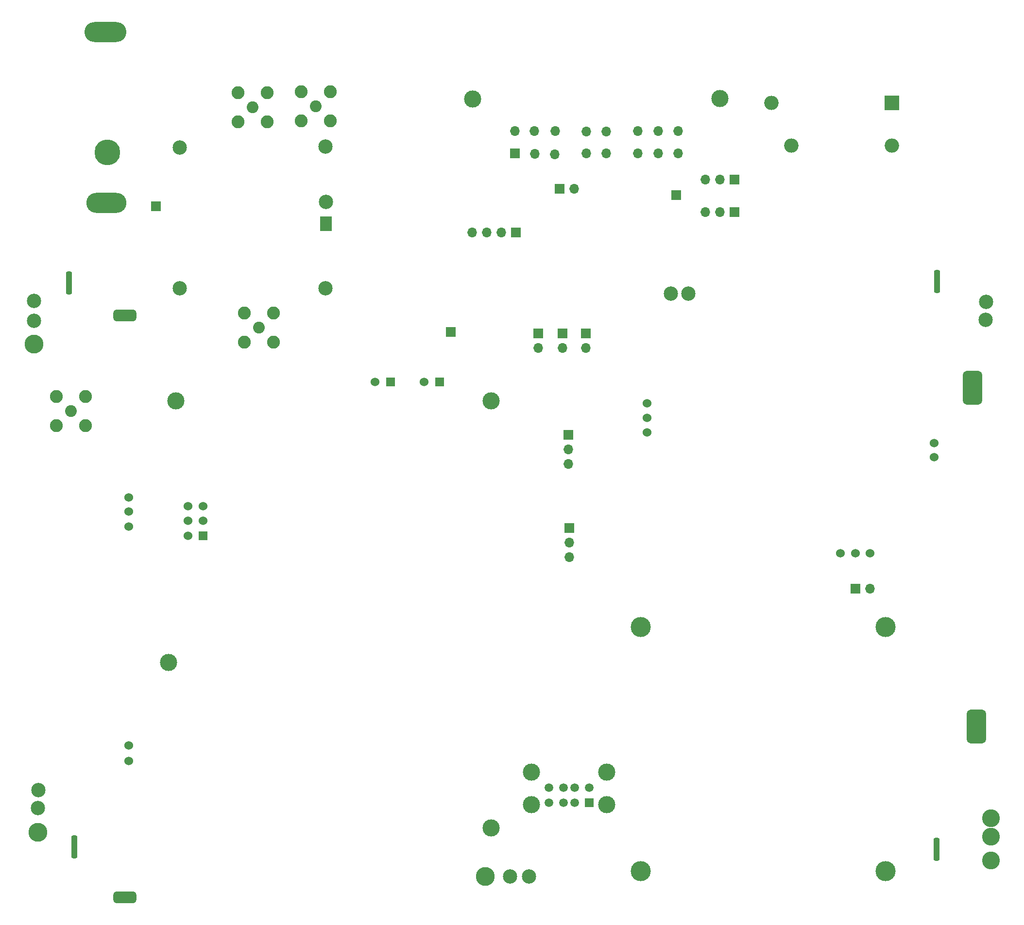
<source format=gbs>
%TF.GenerationSoftware,KiCad,Pcbnew,(6.0.1)*%
%TF.CreationDate,2022-04-19T11:58:33-07:00*%
%TF.ProjectId,Motherboard,4d6f7468-6572-4626-9f61-72642e6b6963,rev?*%
%TF.SameCoordinates,Original*%
%TF.FileFunction,Soldermask,Bot*%
%TF.FilePolarity,Negative*%
%FSLAX46Y46*%
G04 Gerber Fmt 4.6, Leading zero omitted, Abs format (unit mm)*
G04 Created by KiCad (PCBNEW (6.0.1)) date 2022-04-19 11:58:33*
%MOMM*%
%LPD*%
G01*
G04 APERTURE LIST*
G04 Aperture macros list*
%AMRoundRect*
0 Rectangle with rounded corners*
0 $1 Rounding radius*
0 $2 $3 $4 $5 $6 $7 $8 $9 X,Y pos of 4 corners*
0 Add a 4 corners polygon primitive as box body*
4,1,4,$2,$3,$4,$5,$6,$7,$8,$9,$2,$3,0*
0 Add four circle primitives for the rounded corners*
1,1,$1+$1,$2,$3*
1,1,$1+$1,$4,$5*
1,1,$1+$1,$6,$7*
1,1,$1+$1,$8,$9*
0 Add four rect primitives between the rounded corners*
20,1,$1+$1,$2,$3,$4,$5,0*
20,1,$1+$1,$4,$5,$6,$7,0*
20,1,$1+$1,$6,$7,$8,$9,0*
20,1,$1+$1,$8,$9,$2,$3,0*%
G04 Aperture macros list end*
%ADD10R,1.700000X1.700000*%
%ADD11C,2.050000*%
%ADD12C,2.250000*%
%ADD13R,2.500000X2.500000*%
%ADD14O,2.500000X2.500000*%
%ADD15O,1.700000X1.700000*%
%ADD16RoundRect,0.500000X1.500000X-0.500000X1.500000X0.500000X-1.500000X0.500000X-1.500000X-0.500000X0*%
%ADD17C,1.524000*%
%ADD18C,3.300000*%
%ADD19C,2.500000*%
%ADD20RoundRect,0.850000X-0.850000X-2.150000X0.850000X-2.150000X0.850000X2.150000X-0.850000X2.150000X0*%
%ADD21O,7.000000X3.500000*%
%ADD22O,7.300000X3.500000*%
%ADD23C,4.500000*%
%ADD24C,3.100000*%
%ADD25RoundRect,0.850000X0.850000X2.150000X-0.850000X2.150000X-0.850000X-2.150000X0.850000X-2.150000X0*%
%ADD26RoundRect,0.250000X-0.250000X-1.750000X0.250000X-1.750000X0.250000X1.750000X-0.250000X1.750000X0*%
%ADD27C,3.000000*%
%ADD28R,1.524000X1.524000*%
%ADD29R,1.500000X1.500000*%
%ADD30C,1.500000*%
%ADD31C,3.500000*%
%ADD32R,2.000000X2.500000*%
G04 APERTURE END LIST*
D10*
%TO.C,J10*%
X200600000Y-105300000D03*
%TD*%
D11*
%TO.C,J8*%
X177000000Y-66000000D03*
D12*
X174460000Y-63460000D03*
X179540000Y-63460000D03*
X179540000Y-68540000D03*
X174460000Y-68540000D03*
%TD*%
D13*
%TO.C,K1*%
X277407500Y-65342500D03*
D14*
X256407500Y-65342500D03*
X259907500Y-72842500D03*
X277407500Y-72842500D03*
%TD*%
D10*
%TO.C,J14*%
X224075000Y-105600000D03*
D15*
X224075000Y-108140000D03*
%TD*%
D16*
%TO.C,U1*%
X143755000Y-102450000D03*
X143755000Y-203950000D03*
D17*
X144455000Y-136680000D03*
X144455000Y-139280000D03*
X144455000Y-134180000D03*
X144455000Y-177450000D03*
X144455000Y-180150000D03*
%TD*%
D18*
%TO.C,J21*%
X127895000Y-107450000D03*
D19*
X127895000Y-103350000D03*
X127895000Y-99950000D03*
D20*
X291495000Y-115050000D03*
D19*
X241995000Y-98650000D03*
X238895000Y-98636052D03*
X293895000Y-100050000D03*
X293795000Y-103250000D03*
%TD*%
D21*
%TO.C,J6*%
X140567500Y-82800000D03*
D22*
X140367500Y-53000000D03*
D23*
X140667500Y-74000000D03*
%TD*%
D11*
%TO.C,J4*%
X134366000Y-119126000D03*
D12*
X131826000Y-116586000D03*
X136906000Y-116586000D03*
X131826000Y-121666000D03*
X136906000Y-121666000D03*
%TD*%
D10*
%TO.C,J15*%
X221050000Y-123250000D03*
D15*
X221050000Y-125790000D03*
X221050000Y-128330000D03*
%TD*%
D10*
%TO.C,J20*%
X215775000Y-105600000D03*
D15*
X215775000Y-108140000D03*
%TD*%
D10*
%TO.C,J2*%
X250000000Y-78750000D03*
D15*
X247460000Y-78750000D03*
X244920000Y-78750000D03*
%TD*%
D18*
%TO.C,J22*%
X206600000Y-200350000D03*
D24*
X294700000Y-190150000D03*
D25*
X292200000Y-174150000D03*
D19*
X128600000Y-188350000D03*
X210900000Y-200350000D03*
D24*
X294700000Y-197550000D03*
X294700000Y-193350000D03*
D18*
X128600000Y-192650000D03*
D19*
X128700000Y-185250000D03*
X214204026Y-200350000D03*
%TD*%
D17*
%TO.C,U3*%
X234745000Y-117755000D03*
X234745000Y-120355000D03*
X268495000Y-143955000D03*
X284845000Y-124705000D03*
X234745000Y-122855000D03*
X271095000Y-143955000D03*
X273595000Y-143955000D03*
X284845000Y-127205000D03*
%TD*%
D26*
%TO.C,H1*%
X285250000Y-195600000D03*
%TD*%
D27*
%TO.C,U2*%
X207550000Y-191855000D03*
X151350000Y-162955000D03*
X152650000Y-117355000D03*
X207550000Y-117355000D03*
D17*
X154750000Y-138255000D03*
X154750000Y-135755000D03*
X154750000Y-140855000D03*
X157350000Y-135755000D03*
D28*
X157350000Y-140855000D03*
D17*
X157350000Y-138255000D03*
X187350000Y-114055000D03*
D28*
X190050000Y-114055000D03*
D17*
X195950000Y-114055000D03*
D28*
X198650000Y-114055000D03*
%TD*%
D10*
%TO.C,J9*%
X239850000Y-81450000D03*
%TD*%
D29*
%TO.C,J16*%
X224670000Y-187450000D03*
D30*
X222170000Y-187450000D03*
X220170000Y-187450000D03*
X217670000Y-187450000D03*
X224670000Y-184830000D03*
X222170000Y-184830000D03*
X220170000Y-184830000D03*
X217670000Y-184830000D03*
D27*
X214600000Y-182120000D03*
X214600000Y-187800000D03*
X227740000Y-187800000D03*
X227740000Y-182120000D03*
%TD*%
D10*
%TO.C,J5*%
X149200000Y-83400000D03*
%TD*%
D31*
%TO.C,H7*%
X276300000Y-156800000D03*
%TD*%
D10*
%TO.C,J1*%
X211700000Y-74167500D03*
D15*
X211700000Y-70287500D03*
X215250000Y-74237500D03*
X215150000Y-70287500D03*
X218700000Y-74337500D03*
X218750000Y-70287500D03*
X224200000Y-74187500D03*
X224200000Y-70337500D03*
X227700000Y-74137500D03*
X227700000Y-70387500D03*
X233200000Y-74137500D03*
X233200000Y-70237500D03*
X236700000Y-74137500D03*
X236700000Y-70237500D03*
X240200000Y-74187500D03*
X240200000Y-70237500D03*
D27*
X247450000Y-64637500D03*
X204400000Y-64687500D03*
%TD*%
D26*
%TO.C,H2*%
X134950000Y-195200000D03*
%TD*%
D10*
%TO.C,J18*%
X220075000Y-105600000D03*
D15*
X220075000Y-108140000D03*
%TD*%
D10*
%TO.C,J19*%
X221225000Y-139575000D03*
D15*
X221225000Y-142115000D03*
X221225000Y-144655000D03*
%TD*%
D10*
%TO.C,J3*%
X250000000Y-84400000D03*
D15*
X247460000Y-84400000D03*
X244920000Y-84400000D03*
%TD*%
D26*
%TO.C,H4*%
X285350000Y-96500000D03*
%TD*%
D31*
%TO.C,H6*%
X276300000Y-199400000D03*
%TD*%
D10*
%TO.C,U4*%
X211900000Y-88000000D03*
D15*
X209360000Y-88000000D03*
X206820000Y-88000000D03*
X204280000Y-88000000D03*
%TD*%
D26*
%TO.C,H3*%
X134050000Y-96750000D03*
%TD*%
D10*
%TO.C,J17*%
X219550000Y-80375000D03*
D15*
X222090000Y-80375000D03*
%TD*%
D31*
%TO.C,H5*%
X233700000Y-156800000D03*
%TD*%
D10*
%TO.C,J7*%
X271100000Y-150125000D03*
D15*
X273640000Y-150125000D03*
%TD*%
D19*
%TO.C,U6*%
X178732000Y-97729000D03*
X153332000Y-73129000D03*
X178732000Y-73029000D03*
X153332000Y-97729000D03*
D32*
X178832000Y-86429000D03*
D19*
X178832000Y-82629000D03*
D11*
X166032000Y-66129000D03*
D12*
X163492000Y-68669000D03*
X163492000Y-63589000D03*
X168572000Y-63589000D03*
X168572000Y-68669000D03*
D11*
X167132000Y-104559000D03*
D12*
X169672000Y-102019000D03*
X169672000Y-107099000D03*
X164592000Y-102019000D03*
X164592000Y-107099000D03*
%TD*%
D31*
%TO.C,H8*%
X233700000Y-199400000D03*
%TD*%
M02*

</source>
